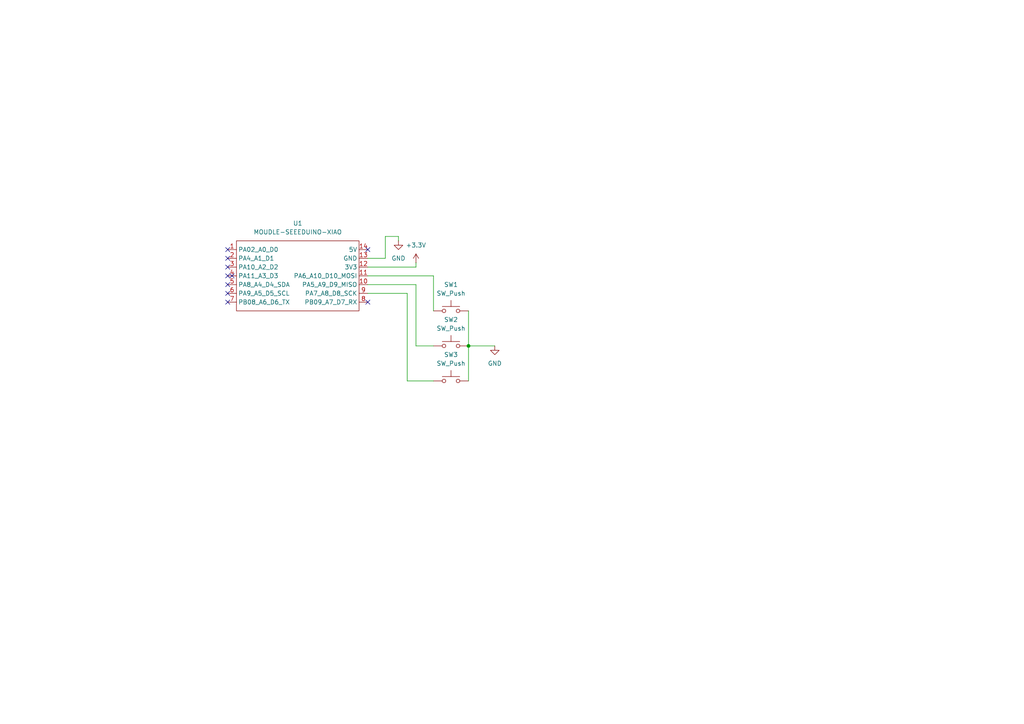
<source format=kicad_sch>
(kicad_sch
	(version 20231120)
	(generator "eeschema")
	(generator_version "8.0")
	(uuid "158bd223-f537-495a-a791-c7f77550fea3")
	(paper "A4")
	(lib_symbols
		(symbol "MOUDLE-SEEEDUINO-XIAO:MOUDLE-SEEEDUINO-XIAO"
			(exclude_from_sim no)
			(in_bom yes)
			(on_board yes)
			(property "Reference" "U"
				(at -16.51 11.43 0)
				(effects
					(font
						(size 1.27 1.27)
					)
				)
			)
			(property "Value" "MOUDLE-SEEEDUINO-XIAO"
				(at -3.81 -11.43 0)
				(effects
					(font
						(size 1.27 1.27)
					)
				)
			)
			(property "Footprint" ""
				(at -16.51 2.54 0)
				(effects
					(font
						(size 1.27 1.27)
					)
					(hide yes)
				)
			)
			(property "Datasheet" ""
				(at -16.51 2.54 0)
				(effects
					(font
						(size 1.27 1.27)
					)
					(hide yes)
				)
			)
			(property "Description" ""
				(at 0 0 0)
				(effects
					(font
						(size 1.27 1.27)
					)
					(hide yes)
				)
			)
			(symbol "MOUDLE-SEEEDUINO-XIAO_0_1"
				(rectangle
					(start -16.51 10.16)
					(end 19.05 -10.16)
					(stroke
						(width 0)
						(type default)
					)
					(fill
						(type none)
					)
				)
			)
			(symbol "MOUDLE-SEEEDUINO-XIAO_1_1"
				(pin passive line
					(at -19.05 7.62 0)
					(length 2.54)
					(name "PA02_A0_D0"
						(effects
							(font
								(size 1.27 1.27)
							)
						)
					)
					(number "1"
						(effects
							(font
								(size 1.27 1.27)
							)
						)
					)
				)
				(pin passive line
					(at 21.59 -2.54 180)
					(length 2.54)
					(name "PA5_A9_D9_MISO"
						(effects
							(font
								(size 1.27 1.27)
							)
						)
					)
					(number "10"
						(effects
							(font
								(size 1.27 1.27)
							)
						)
					)
				)
				(pin passive line
					(at 21.59 0 180)
					(length 2.54)
					(name "PA6_A10_D10_MOSI"
						(effects
							(font
								(size 1.27 1.27)
							)
						)
					)
					(number "11"
						(effects
							(font
								(size 1.27 1.27)
							)
						)
					)
				)
				(pin passive line
					(at 21.59 2.54 180)
					(length 2.54)
					(name "3V3"
						(effects
							(font
								(size 1.27 1.27)
							)
						)
					)
					(number "12"
						(effects
							(font
								(size 1.27 1.27)
							)
						)
					)
				)
				(pin passive line
					(at 21.59 5.08 180)
					(length 2.54)
					(name "GND"
						(effects
							(font
								(size 1.27 1.27)
							)
						)
					)
					(number "13"
						(effects
							(font
								(size 1.27 1.27)
							)
						)
					)
				)
				(pin passive line
					(at 21.59 7.62 180)
					(length 2.54)
					(name "5V"
						(effects
							(font
								(size 1.27 1.27)
							)
						)
					)
					(number "14"
						(effects
							(font
								(size 1.27 1.27)
							)
						)
					)
				)
				(pin passive line
					(at -19.05 5.08 0)
					(length 2.54)
					(name "PA4_A1_D1"
						(effects
							(font
								(size 1.27 1.27)
							)
						)
					)
					(number "2"
						(effects
							(font
								(size 1.27 1.27)
							)
						)
					)
				)
				(pin passive line
					(at -19.05 2.54 0)
					(length 2.54)
					(name "PA10_A2_D2"
						(effects
							(font
								(size 1.27 1.27)
							)
						)
					)
					(number "3"
						(effects
							(font
								(size 1.27 1.27)
							)
						)
					)
				)
				(pin passive line
					(at -19.05 0 0)
					(length 2.54)
					(name "PA11_A3_D3"
						(effects
							(font
								(size 1.27 1.27)
							)
						)
					)
					(number "4"
						(effects
							(font
								(size 1.27 1.27)
							)
						)
					)
				)
				(pin passive line
					(at -19.05 -2.54 0)
					(length 2.54)
					(name "PA8_A4_D4_SDA"
						(effects
							(font
								(size 1.27 1.27)
							)
						)
					)
					(number "5"
						(effects
							(font
								(size 1.27 1.27)
							)
						)
					)
				)
				(pin passive line
					(at -19.05 -5.08 0)
					(length 2.54)
					(name "PA9_A5_D5_SCL"
						(effects
							(font
								(size 1.27 1.27)
							)
						)
					)
					(number "6"
						(effects
							(font
								(size 1.27 1.27)
							)
						)
					)
				)
				(pin passive line
					(at -19.05 -7.62 0)
					(length 2.54)
					(name "PB08_A6_D6_TX"
						(effects
							(font
								(size 1.27 1.27)
							)
						)
					)
					(number "7"
						(effects
							(font
								(size 1.27 1.27)
							)
						)
					)
				)
				(pin passive line
					(at 21.59 -7.62 180)
					(length 2.54)
					(name "PB09_A7_D7_RX"
						(effects
							(font
								(size 1.27 1.27)
							)
						)
					)
					(number "8"
						(effects
							(font
								(size 1.27 1.27)
							)
						)
					)
				)
				(pin passive line
					(at 21.59 -5.08 180)
					(length 2.54)
					(name "PA7_A8_D8_SCK"
						(effects
							(font
								(size 1.27 1.27)
							)
						)
					)
					(number "9"
						(effects
							(font
								(size 1.27 1.27)
							)
						)
					)
				)
			)
		)
		(symbol "Switch:SW_Push"
			(pin_numbers hide)
			(pin_names
				(offset 1.016) hide)
			(exclude_from_sim no)
			(in_bom yes)
			(on_board yes)
			(property "Reference" "SW"
				(at 1.27 2.54 0)
				(effects
					(font
						(size 1.27 1.27)
					)
					(justify left)
				)
			)
			(property "Value" "SW_Push"
				(at 0 -1.524 0)
				(effects
					(font
						(size 1.27 1.27)
					)
				)
			)
			(property "Footprint" ""
				(at 0 5.08 0)
				(effects
					(font
						(size 1.27 1.27)
					)
					(hide yes)
				)
			)
			(property "Datasheet" "~"
				(at 0 5.08 0)
				(effects
					(font
						(size 1.27 1.27)
					)
					(hide yes)
				)
			)
			(property "Description" "Push button switch, generic, two pins"
				(at 0 0 0)
				(effects
					(font
						(size 1.27 1.27)
					)
					(hide yes)
				)
			)
			(property "ki_keywords" "switch normally-open pushbutton push-button"
				(at 0 0 0)
				(effects
					(font
						(size 1.27 1.27)
					)
					(hide yes)
				)
			)
			(symbol "SW_Push_0_1"
				(circle
					(center -2.032 0)
					(radius 0.508)
					(stroke
						(width 0)
						(type default)
					)
					(fill
						(type none)
					)
				)
				(polyline
					(pts
						(xy 0 1.27) (xy 0 3.048)
					)
					(stroke
						(width 0)
						(type default)
					)
					(fill
						(type none)
					)
				)
				(polyline
					(pts
						(xy 2.54 1.27) (xy -2.54 1.27)
					)
					(stroke
						(width 0)
						(type default)
					)
					(fill
						(type none)
					)
				)
				(circle
					(center 2.032 0)
					(radius 0.508)
					(stroke
						(width 0)
						(type default)
					)
					(fill
						(type none)
					)
				)
				(pin passive line
					(at -5.08 0 0)
					(length 2.54)
					(name "1"
						(effects
							(font
								(size 1.27 1.27)
							)
						)
					)
					(number "1"
						(effects
							(font
								(size 1.27 1.27)
							)
						)
					)
				)
				(pin passive line
					(at 5.08 0 180)
					(length 2.54)
					(name "2"
						(effects
							(font
								(size 1.27 1.27)
							)
						)
					)
					(number "2"
						(effects
							(font
								(size 1.27 1.27)
							)
						)
					)
				)
			)
		)
		(symbol "power:+3.3V"
			(power)
			(pin_numbers hide)
			(pin_names
				(offset 0) hide)
			(exclude_from_sim no)
			(in_bom yes)
			(on_board yes)
			(property "Reference" "#PWR"
				(at 0 -3.81 0)
				(effects
					(font
						(size 1.27 1.27)
					)
					(hide yes)
				)
			)
			(property "Value" "+3.3V"
				(at 0 3.556 0)
				(effects
					(font
						(size 1.27 1.27)
					)
				)
			)
			(property "Footprint" ""
				(at 0 0 0)
				(effects
					(font
						(size 1.27 1.27)
					)
					(hide yes)
				)
			)
			(property "Datasheet" ""
				(at 0 0 0)
				(effects
					(font
						(size 1.27 1.27)
					)
					(hide yes)
				)
			)
			(property "Description" "Power symbol creates a global label with name \"+3.3V\""
				(at 0 0 0)
				(effects
					(font
						(size 1.27 1.27)
					)
					(hide yes)
				)
			)
			(property "ki_keywords" "global power"
				(at 0 0 0)
				(effects
					(font
						(size 1.27 1.27)
					)
					(hide yes)
				)
			)
			(symbol "+3.3V_0_1"
				(polyline
					(pts
						(xy -0.762 1.27) (xy 0 2.54)
					)
					(stroke
						(width 0)
						(type default)
					)
					(fill
						(type none)
					)
				)
				(polyline
					(pts
						(xy 0 0) (xy 0 2.54)
					)
					(stroke
						(width 0)
						(type default)
					)
					(fill
						(type none)
					)
				)
				(polyline
					(pts
						(xy 0 2.54) (xy 0.762 1.27)
					)
					(stroke
						(width 0)
						(type default)
					)
					(fill
						(type none)
					)
				)
			)
			(symbol "+3.3V_1_1"
				(pin power_in line
					(at 0 0 90)
					(length 0)
					(name "~"
						(effects
							(font
								(size 1.27 1.27)
							)
						)
					)
					(number "1"
						(effects
							(font
								(size 1.27 1.27)
							)
						)
					)
				)
			)
		)
		(symbol "power:GND"
			(power)
			(pin_numbers hide)
			(pin_names
				(offset 0) hide)
			(exclude_from_sim no)
			(in_bom yes)
			(on_board yes)
			(property "Reference" "#PWR"
				(at 0 -6.35 0)
				(effects
					(font
						(size 1.27 1.27)
					)
					(hide yes)
				)
			)
			(property "Value" "GND"
				(at 0 -3.81 0)
				(effects
					(font
						(size 1.27 1.27)
					)
				)
			)
			(property "Footprint" ""
				(at 0 0 0)
				(effects
					(font
						(size 1.27 1.27)
					)
					(hide yes)
				)
			)
			(property "Datasheet" ""
				(at 0 0 0)
				(effects
					(font
						(size 1.27 1.27)
					)
					(hide yes)
				)
			)
			(property "Description" "Power symbol creates a global label with name \"GND\" , ground"
				(at 0 0 0)
				(effects
					(font
						(size 1.27 1.27)
					)
					(hide yes)
				)
			)
			(property "ki_keywords" "global power"
				(at 0 0 0)
				(effects
					(font
						(size 1.27 1.27)
					)
					(hide yes)
				)
			)
			(symbol "GND_0_1"
				(polyline
					(pts
						(xy 0 0) (xy 0 -1.27) (xy 1.27 -1.27) (xy 0 -2.54) (xy -1.27 -1.27) (xy 0 -1.27)
					)
					(stroke
						(width 0)
						(type default)
					)
					(fill
						(type none)
					)
				)
			)
			(symbol "GND_1_1"
				(pin power_in line
					(at 0 0 270)
					(length 0)
					(name "~"
						(effects
							(font
								(size 1.27 1.27)
							)
						)
					)
					(number "1"
						(effects
							(font
								(size 1.27 1.27)
							)
						)
					)
				)
			)
		)
	)
	(junction
		(at 135.89 100.33)
		(diameter 0)
		(color 0 0 0 0)
		(uuid "bccb69ea-f70d-4d77-be1f-4917f35826aa")
	)
	(no_connect
		(at 66.04 72.39)
		(uuid "19fa9626-3dfc-42e7-bebe-727a1f211e4e")
	)
	(no_connect
		(at 67.31 80.01)
		(uuid "28d00359-e785-470d-b284-1af5ebfaf5ae")
	)
	(no_connect
		(at 66.04 82.55)
		(uuid "64f61f8e-f14c-4ec0-a08a-9b430368655f")
	)
	(no_connect
		(at 106.68 72.39)
		(uuid "6c59744d-e232-4620-b58e-61b6a5f2216b")
	)
	(no_connect
		(at 66.04 74.93)
		(uuid "89284c79-2960-42ba-a98f-47ab3ae22b25")
	)
	(no_connect
		(at 66.04 77.47)
		(uuid "b96b7b79-5de4-4536-a281-1cb4de4c6d94")
	)
	(no_connect
		(at 106.68 87.63)
		(uuid "bbc05d50-1df7-455a-b322-404583ab397b")
	)
	(no_connect
		(at 66.04 85.09)
		(uuid "e6f1e18d-8176-4a14-9375-1c67d1685bb7")
	)
	(no_connect
		(at 66.04 87.63)
		(uuid "fb39c6da-1279-475e-949e-2550fb9268ec")
	)
	(no_connect
		(at 66.04 80.01)
		(uuid "fb62f5fe-a5a4-4821-aec7-6abe2468cd9b")
	)
	(wire
		(pts
			(xy 120.65 82.55) (xy 120.65 100.33)
		)
		(stroke
			(width 0)
			(type default)
		)
		(uuid "0d1a1e40-b8c4-47c3-a41f-4004a12ec218")
	)
	(wire
		(pts
			(xy 125.73 80.01) (xy 125.73 90.17)
		)
		(stroke
			(width 0)
			(type default)
		)
		(uuid "101dc5c9-2d17-4bde-807a-c6ce94e70e90")
	)
	(wire
		(pts
			(xy 106.68 85.09) (xy 118.11 85.09)
		)
		(stroke
			(width 0)
			(type default)
		)
		(uuid "12692286-9aed-4519-b37c-22062fb6cbb4")
	)
	(wire
		(pts
			(xy 120.65 77.47) (xy 120.65 76.2)
		)
		(stroke
			(width 0)
			(type default)
		)
		(uuid "28be0d90-f0a0-4e13-90b6-441396435d1d")
	)
	(wire
		(pts
			(xy 111.76 68.58) (xy 115.57 68.58)
		)
		(stroke
			(width 0)
			(type default)
		)
		(uuid "35c5b173-1f2a-4ca2-a87f-d883dffd9369")
	)
	(wire
		(pts
			(xy 106.68 74.93) (xy 111.76 74.93)
		)
		(stroke
			(width 0)
			(type default)
		)
		(uuid "4e28d663-1046-460b-b41f-cd758d0a73dc")
	)
	(wire
		(pts
			(xy 118.11 110.49) (xy 125.73 110.49)
		)
		(stroke
			(width 0)
			(type default)
		)
		(uuid "52df7279-68f1-4fec-a886-21fd3dc8b27f")
	)
	(wire
		(pts
			(xy 115.57 68.58) (xy 115.57 69.85)
		)
		(stroke
			(width 0)
			(type default)
		)
		(uuid "65b3c8ee-9db7-4b29-bf61-2f3100584a56")
	)
	(wire
		(pts
			(xy 118.11 85.09) (xy 118.11 110.49)
		)
		(stroke
			(width 0)
			(type default)
		)
		(uuid "7d695e95-bf33-4f78-a84c-c127682daedf")
	)
	(wire
		(pts
			(xy 120.65 100.33) (xy 125.73 100.33)
		)
		(stroke
			(width 0)
			(type default)
		)
		(uuid "944987ba-b47f-448d-9b24-d1ba27c197b7")
	)
	(wire
		(pts
			(xy 106.68 82.55) (xy 120.65 82.55)
		)
		(stroke
			(width 0)
			(type default)
		)
		(uuid "a95ea937-41f7-425b-917d-1e7d5794f5e2")
	)
	(wire
		(pts
			(xy 135.89 100.33) (xy 143.51 100.33)
		)
		(stroke
			(width 0)
			(type default)
		)
		(uuid "bda1e7ef-1357-4e2a-9fe0-be9918feb10e")
	)
	(wire
		(pts
			(xy 135.89 90.17) (xy 135.89 100.33)
		)
		(stroke
			(width 0)
			(type default)
		)
		(uuid "d1305c89-ca53-4ea6-bf7c-2918ff5c4805")
	)
	(wire
		(pts
			(xy 106.68 77.47) (xy 120.65 77.47)
		)
		(stroke
			(width 0)
			(type default)
		)
		(uuid "d3fd4c69-b5b4-4fda-b93e-0007be15ac65")
	)
	(wire
		(pts
			(xy 106.68 80.01) (xy 125.73 80.01)
		)
		(stroke
			(width 0)
			(type default)
		)
		(uuid "d7b72506-16e3-4929-a140-5dd730d67dc4")
	)
	(wire
		(pts
			(xy 111.76 74.93) (xy 111.76 68.58)
		)
		(stroke
			(width 0)
			(type default)
		)
		(uuid "e7309d41-a90e-4ee5-97d3-3414b9eabef0")
	)
	(wire
		(pts
			(xy 135.89 100.33) (xy 135.89 110.49)
		)
		(stroke
			(width 0)
			(type default)
		)
		(uuid "f86aafa8-9e4f-4ad0-a3ce-cb02c157395b")
	)
	(symbol
		(lib_id "power:GND")
		(at 143.51 100.33 0)
		(unit 1)
		(exclude_from_sim no)
		(in_bom yes)
		(on_board yes)
		(dnp no)
		(fields_autoplaced yes)
		(uuid "0c730772-31c1-4044-80cb-ebf61bacffde")
		(property "Reference" "#PWR03"
			(at 143.51 106.68 0)
			(effects
				(font
					(size 1.27 1.27)
				)
				(hide yes)
			)
		)
		(property "Value" "GND"
			(at 143.51 105.41 0)
			(effects
				(font
					(size 1.27 1.27)
				)
			)
		)
		(property "Footprint" ""
			(at 143.51 100.33 0)
			(effects
				(font
					(size 1.27 1.27)
				)
				(hide yes)
			)
		)
		(property "Datasheet" ""
			(at 143.51 100.33 0)
			(effects
				(font
					(size 1.27 1.27)
				)
				(hide yes)
			)
		)
		(property "Description" "Power symbol creates a global label with name \"GND\" , ground"
			(at 143.51 100.33 0)
			(effects
				(font
					(size 1.27 1.27)
				)
				(hide yes)
			)
		)
		(pin "1"
			(uuid "7f332959-7d56-407c-8999-8fb5c6f6a1b0")
		)
		(instances
			(project ""
				(path "/158bd223-f537-495a-a791-c7f77550fea3"
					(reference "#PWR03")
					(unit 1)
				)
			)
		)
	)
	(symbol
		(lib_id "power:GND")
		(at 115.57 69.85 0)
		(unit 1)
		(exclude_from_sim no)
		(in_bom yes)
		(on_board yes)
		(dnp no)
		(fields_autoplaced yes)
		(uuid "64fc9af2-2dad-47ef-8bbc-689439843ef7")
		(property "Reference" "#PWR02"
			(at 115.57 76.2 0)
			(effects
				(font
					(size 1.27 1.27)
				)
				(hide yes)
			)
		)
		(property "Value" "GND"
			(at 115.57 74.93 0)
			(effects
				(font
					(size 1.27 1.27)
				)
			)
		)
		(property "Footprint" ""
			(at 115.57 69.85 0)
			(effects
				(font
					(size 1.27 1.27)
				)
				(hide yes)
			)
		)
		(property "Datasheet" ""
			(at 115.57 69.85 0)
			(effects
				(font
					(size 1.27 1.27)
				)
				(hide yes)
			)
		)
		(property "Description" "Power symbol creates a global label with name \"GND\" , ground"
			(at 115.57 69.85 0)
			(effects
				(font
					(size 1.27 1.27)
				)
				(hide yes)
			)
		)
		(pin "1"
			(uuid "337ee938-5ebf-4db3-82e5-2beb2b1a593c")
		)
		(instances
			(project ""
				(path "/158bd223-f537-495a-a791-c7f77550fea3"
					(reference "#PWR02")
					(unit 1)
				)
			)
		)
	)
	(symbol
		(lib_id "Switch:SW_Push")
		(at 130.81 90.17 0)
		(unit 1)
		(exclude_from_sim no)
		(in_bom yes)
		(on_board yes)
		(dnp no)
		(fields_autoplaced yes)
		(uuid "b2582566-4bad-4210-9e24-083c90005ff7")
		(property "Reference" "SW1"
			(at 130.81 82.55 0)
			(effects
				(font
					(size 1.27 1.27)
				)
			)
		)
		(property "Value" "SW_Push"
			(at 130.81 85.09 0)
			(effects
				(font
					(size 1.27 1.27)
				)
			)
		)
		(property "Footprint" "Button_Switch_Keyboard:SW_Cherry_MX_1.00u_PCB"
			(at 130.81 85.09 0)
			(effects
				(font
					(size 1.27 1.27)
				)
				(hide yes)
			)
		)
		(property "Datasheet" "~"
			(at 130.81 85.09 0)
			(effects
				(font
					(size 1.27 1.27)
				)
				(hide yes)
			)
		)
		(property "Description" "Push button switch, generic, two pins"
			(at 130.81 90.17 0)
			(effects
				(font
					(size 1.27 1.27)
				)
				(hide yes)
			)
		)
		(pin "2"
			(uuid "f697377d-2840-4825-8299-a23005a21878")
		)
		(pin "1"
			(uuid "c691ca07-acc3-41d4-afa1-01ccb21ef5b6")
		)
		(instances
			(project ""
				(path "/158bd223-f537-495a-a791-c7f77550fea3"
					(reference "SW1")
					(unit 1)
				)
			)
		)
	)
	(symbol
		(lib_id "power:+3.3V")
		(at 120.65 76.2 0)
		(unit 1)
		(exclude_from_sim no)
		(in_bom yes)
		(on_board yes)
		(dnp no)
		(fields_autoplaced yes)
		(uuid "b97cc979-1e91-4dc5-adb1-06e9b778805b")
		(property "Reference" "#PWR01"
			(at 120.65 80.01 0)
			(effects
				(font
					(size 1.27 1.27)
				)
				(hide yes)
			)
		)
		(property "Value" "+3.3V"
			(at 120.65 71.12 0)
			(effects
				(font
					(size 1.27 1.27)
				)
			)
		)
		(property "Footprint" ""
			(at 120.65 76.2 0)
			(effects
				(font
					(size 1.27 1.27)
				)
				(hide yes)
			)
		)
		(property "Datasheet" ""
			(at 120.65 76.2 0)
			(effects
				(font
					(size 1.27 1.27)
				)
				(hide yes)
			)
		)
		(property "Description" "Power symbol creates a global label with name \"+3.3V\""
			(at 120.65 76.2 0)
			(effects
				(font
					(size 1.27 1.27)
				)
				(hide yes)
			)
		)
		(pin "1"
			(uuid "555d2b15-1a81-4c6a-9859-581af1ef884a")
		)
		(instances
			(project ""
				(path "/158bd223-f537-495a-a791-c7f77550fea3"
					(reference "#PWR01")
					(unit 1)
				)
			)
		)
	)
	(symbol
		(lib_id "Switch:SW_Push")
		(at 130.81 100.33 0)
		(unit 1)
		(exclude_from_sim no)
		(in_bom yes)
		(on_board yes)
		(dnp no)
		(fields_autoplaced yes)
		(uuid "ed8dbcfd-2f02-4ade-bfb8-7bcea02739fd")
		(property "Reference" "SW2"
			(at 130.81 92.71 0)
			(effects
				(font
					(size 1.27 1.27)
				)
			)
		)
		(property "Value" "SW_Push"
			(at 130.81 95.25 0)
			(effects
				(font
					(size 1.27 1.27)
				)
			)
		)
		(property "Footprint" "Button_Switch_Keyboard:SW_Cherry_MX_1.00u_PCB"
			(at 130.81 95.25 0)
			(effects
				(font
					(size 1.27 1.27)
				)
				(hide yes)
			)
		)
		(property "Datasheet" "~"
			(at 130.81 95.25 0)
			(effects
				(font
					(size 1.27 1.27)
				)
				(hide yes)
			)
		)
		(property "Description" "Push button switch, generic, two pins"
			(at 130.81 100.33 0)
			(effects
				(font
					(size 1.27 1.27)
				)
				(hide yes)
			)
		)
		(pin "2"
			(uuid "7335d1b4-4f50-4953-8b02-9488539b96b8")
		)
		(pin "1"
			(uuid "ee524192-3a51-4494-a5cb-5efd655d4a81")
		)
		(instances
			(project "macropad"
				(path "/158bd223-f537-495a-a791-c7f77550fea3"
					(reference "SW2")
					(unit 1)
				)
			)
		)
	)
	(symbol
		(lib_id "MOUDLE-SEEEDUINO-XIAO:MOUDLE-SEEEDUINO-XIAO")
		(at 85.09 80.01 0)
		(unit 1)
		(exclude_from_sim no)
		(in_bom yes)
		(on_board yes)
		(dnp no)
		(fields_autoplaced yes)
		(uuid "fe1e5984-bf07-47d3-8681-9d234e6257b0")
		(property "Reference" "U1"
			(at 86.36 64.77 0)
			(effects
				(font
					(size 1.27 1.27)
				)
			)
		)
		(property "Value" "MOUDLE-SEEEDUINO-XIAO"
			(at 86.36 67.31 0)
			(effects
				(font
					(size 1.27 1.27)
				)
			)
		)
		(property "Footprint" "XIAO_PCB:XIAO-Generic-Hybrid-14P-2.54-21X17.8MM"
			(at 68.58 77.47 0)
			(effects
				(font
					(size 1.27 1.27)
				)
				(hide yes)
			)
		)
		(property "Datasheet" ""
			(at 68.58 77.47 0)
			(effects
				(font
					(size 1.27 1.27)
				)
				(hide yes)
			)
		)
		(property "Description" ""
			(at 85.09 80.01 0)
			(effects
				(font
					(size 1.27 1.27)
				)
				(hide yes)
			)
		)
		(pin "13"
			(uuid "50c4acb8-c9ab-4a81-b4ea-dbf740466d3c")
		)
		(pin "6"
			(uuid "e99671a5-6a4b-416f-8cc5-8cb89ff64456")
		)
		(pin "9"
			(uuid "1ed4db8c-583b-4444-9903-e4bdbe5b6ecf")
		)
		(pin "14"
			(uuid "7fe070a7-09d7-4ac7-923d-129121519de9")
		)
		(pin "7"
			(uuid "41bf182b-1db8-43de-83eb-e0e6ea121dde")
		)
		(pin "12"
			(uuid "d12c53fb-92a6-482f-a040-86128c707363")
		)
		(pin "5"
			(uuid "01a2fa64-9ea0-44d1-86c0-7b48949e9806")
		)
		(pin "4"
			(uuid "abae7059-f784-4a74-8319-7a026c703056")
		)
		(pin "1"
			(uuid "96f8f42b-1c51-4c13-9a30-d1cae3137fe7")
		)
		(pin "11"
			(uuid "7830473f-a48d-4a0b-ac6d-e3fad32532dc")
		)
		(pin "2"
			(uuid "28e09285-c0a5-4fae-bb42-a7df227015c6")
		)
		(pin "3"
			(uuid "e8249902-8bb9-4293-aff6-cb7550a08873")
		)
		(pin "10"
			(uuid "d5af3d74-236d-42d9-9ee0-572204c389b2")
		)
		(pin "8"
			(uuid "aa8ba1c4-a942-462e-be62-a8dd3e1118b8")
		)
		(instances
			(project ""
				(path "/158bd223-f537-495a-a791-c7f77550fea3"
					(reference "U1")
					(unit 1)
				)
			)
		)
	)
	(symbol
		(lib_id "Switch:SW_Push")
		(at 130.81 110.49 0)
		(unit 1)
		(exclude_from_sim no)
		(in_bom yes)
		(on_board yes)
		(dnp no)
		(fields_autoplaced yes)
		(uuid "ff64689c-dd02-420a-8a28-13499b3b75b0")
		(property "Reference" "SW3"
			(at 130.81 102.87 0)
			(effects
				(font
					(size 1.27 1.27)
				)
			)
		)
		(property "Value" "SW_Push"
			(at 130.81 105.41 0)
			(effects
				(font
					(size 1.27 1.27)
				)
			)
		)
		(property "Footprint" "Button_Switch_Keyboard:SW_Cherry_MX_1.00u_PCB"
			(at 130.81 105.41 0)
			(effects
				(font
					(size 1.27 1.27)
				)
				(hide yes)
			)
		)
		(property "Datasheet" "~"
			(at 130.81 105.41 0)
			(effects
				(font
					(size 1.27 1.27)
				)
				(hide yes)
			)
		)
		(property "Description" "Push button switch, generic, two pins"
			(at 130.81 110.49 0)
			(effects
				(font
					(size 1.27 1.27)
				)
				(hide yes)
			)
		)
		(pin "2"
			(uuid "da30898e-f7a6-4b9f-bee1-1a1975ab7a9b")
		)
		(pin "1"
			(uuid "0892cf4c-fd65-481d-9c78-59227ff4a382")
		)
		(instances
			(project "macropad"
				(path "/158bd223-f537-495a-a791-c7f77550fea3"
					(reference "SW3")
					(unit 1)
				)
			)
		)
	)
	(sheet_instances
		(path "/"
			(page "1")
		)
	)
)

</source>
